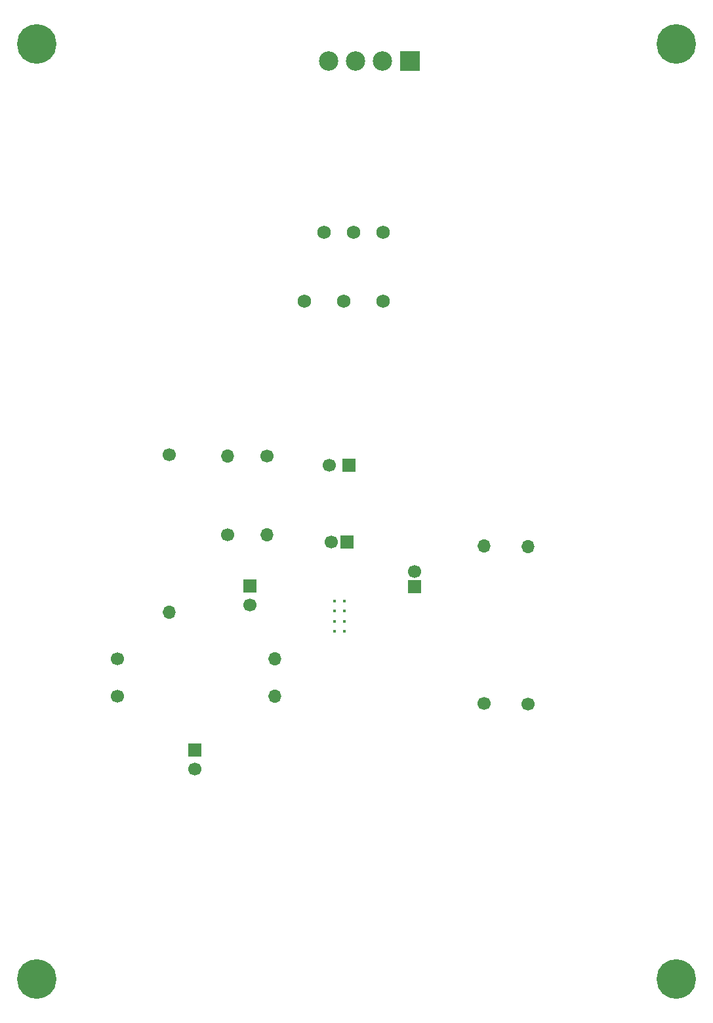
<source format=gbr>
%TF.GenerationSoftware,KiCad,Pcbnew,(5.1.6)-1*%
%TF.CreationDate,2020-11-12T12:18:02-07:00*%
%TF.ProjectId,OPA454_SmallSig_Amp,4f504134-3534-45f5-936d-616c6c536967,rev?*%
%TF.SameCoordinates,Original*%
%TF.FileFunction,Soldermask,Bot*%
%TF.FilePolarity,Negative*%
%FSLAX46Y46*%
G04 Gerber Fmt 4.6, Leading zero omitted, Abs format (unit mm)*
G04 Created by KiCad (PCBNEW (5.1.6)-1) date 2020-11-12 12:18:02*
%MOMM*%
%LPD*%
G01*
G04 APERTURE LIST*
%ADD10C,5.100000*%
%ADD11O,1.700000X1.700000*%
%ADD12C,1.700000*%
%ADD13C,1.750000*%
%ADD14C,2.500000*%
%ADD15R,2.500000X2.500000*%
%ADD16R,1.700000X1.700000*%
%ADD17C,0.400000*%
G04 APERTURE END LIST*
D10*
%TO.C,H4*%
X142250000Y-158250000D03*
%TD*%
%TO.C,H3*%
X142250000Y-37600000D03*
%TD*%
%TO.C,H2*%
X59700000Y-158250000D03*
%TD*%
%TO.C,H1*%
X59700000Y-37600000D03*
%TD*%
D11*
%TO.C,R3*%
X84316000Y-90765000D03*
D12*
X84316000Y-100925000D03*
%TD*%
D11*
%TO.C,R2*%
X89396000Y-100925000D03*
D12*
X89396000Y-90765000D03*
%TD*%
D13*
%TO.C,U2*%
X94285500Y-70826000D03*
X99365500Y-70826000D03*
X104445500Y-70826000D03*
X96825500Y-61936000D03*
X100635500Y-61936000D03*
X104445500Y-61936000D03*
%TD*%
D11*
%TO.C,R7*%
X117463000Y-102385500D03*
D12*
X117463000Y-122705500D03*
%TD*%
D11*
%TO.C,R6*%
X90475500Y-116990500D03*
D12*
X70155500Y-116990500D03*
%TD*%
D11*
%TO.C,R5*%
X90475500Y-121753000D03*
D12*
X70155500Y-121753000D03*
%TD*%
D11*
%TO.C,R4*%
X123114500Y-102449000D03*
D12*
X123114500Y-122769000D03*
%TD*%
D11*
%TO.C,R1*%
X76823000Y-110958000D03*
D12*
X76823000Y-90638000D03*
%TD*%
D14*
%TO.C,J1*%
X97350000Y-39800000D03*
X100850000Y-39800000D03*
X104350000Y-39800000D03*
D15*
X107850000Y-39800000D03*
%TD*%
D12*
%TO.C,C5*%
X108509500Y-105656000D03*
D16*
X108509500Y-107656000D03*
%TD*%
D12*
%TO.C,C4*%
X97725966Y-101869500D03*
D16*
X99725966Y-101869500D03*
%TD*%
D12*
%TO.C,C3*%
X97500500Y-91971500D03*
D16*
X100000500Y-91971500D03*
%TD*%
D12*
%TO.C,C2*%
X87237000Y-110029000D03*
D16*
X87237000Y-107529000D03*
%TD*%
D12*
%TO.C,C1*%
X80100000Y-131200000D03*
D16*
X80100000Y-128700000D03*
%TD*%
D17*
%TO.C,U1*%
X99444000Y-113416000D03*
X98144000Y-113416000D03*
X99444000Y-112116000D03*
X98144000Y-112116000D03*
X99444000Y-110816000D03*
X98144000Y-110816000D03*
X99444000Y-109516000D03*
X98144000Y-109516000D03*
%TD*%
M02*

</source>
